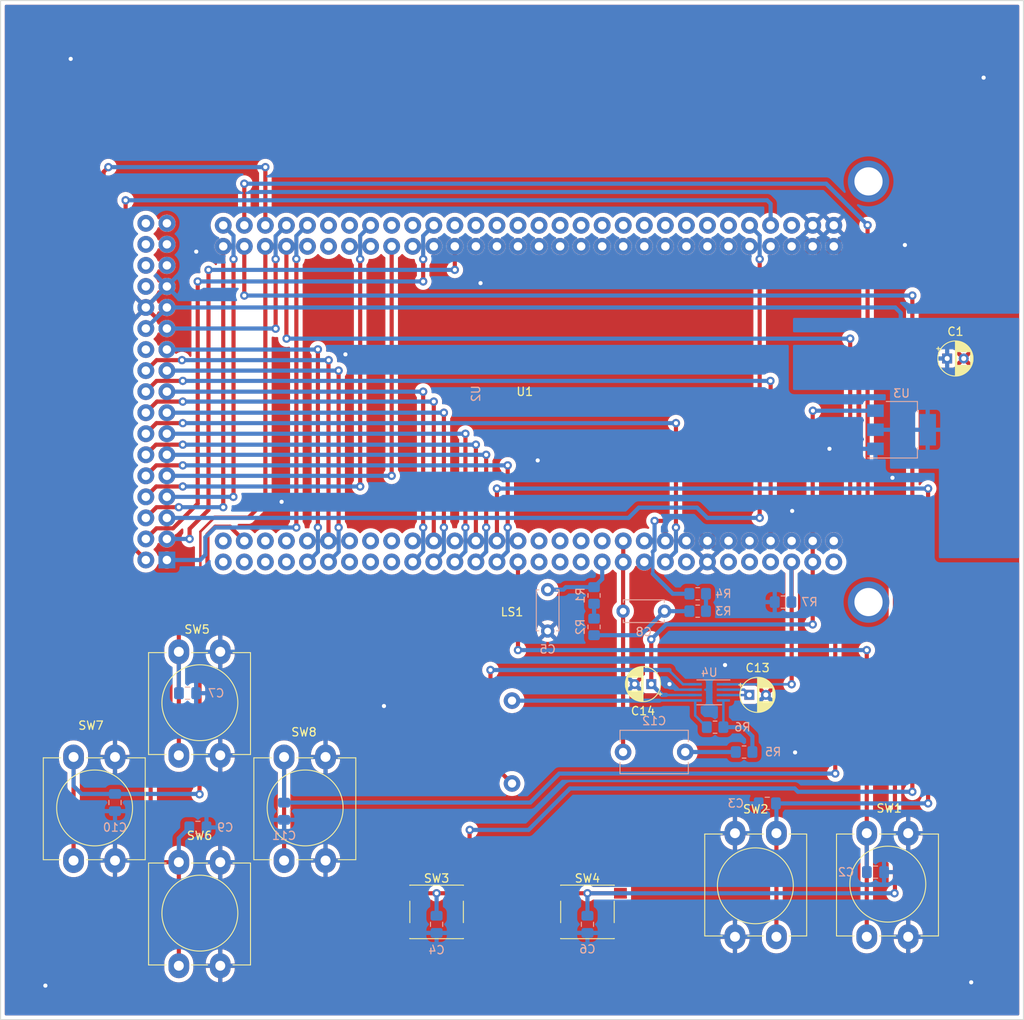
<source format=kicad_pcb>
(kicad_pcb (version 20211014) (generator pcbnew)
  (layers (0 "F.Cu" signal) (31 "B.Cu" signal) (34 "B.Paste" user) (35 "F.Paste" user) (36 "B.SilkS" user "B.Silkscreen") (37 "F.SilkS" user "F.Silkscreen") (38 "B.Mask" user) (39 "F.Mask" user) (44 "Edge.Cuts" user))
  (net 0 "")
  (net 1 "+3V3")
  (net 2 "GND")
  (net 3 "A_BTN")
  (net 4 "B_BTN")
  (net 5 "SELECT_BTN")
  (net 6 "Net-(C5-Pad2)")
  (net 7 "START_BTN")
  (net 8 "UP_BTN")
  (net 9 "OPAMP_OUT")
  (net 10 "Net-(C8-Pad2)")
  (net 11 "DOWN_BTN")
  (net 12 "LEFT_BTN")
  (net 13 "RIGHT_BTN")
  (net 14 "Net-(C12-Pad1)")
  (net 15 "Net-(C13-Pad1)")
  (net 16 "Net-(LS1-Pad1)")
  (net 17 "Net-(LS1-Pad2)")
  (net 18 "Net-(R1-Pad2)")
  (net 19 "Net-(R3-Pad2)")
  (net 20 "DAC1_OUT1")
  (net 21 "Net-(R5-Pad2)")
  (net 22 "AUDIO_SHTDN")
  (net 23 "~{LCD_CS}")
  (net 24 "LCD_RS")
  (net 25 "LCD_WR")
  (net 26 "LCD_RD")
  (net 27 "~{LCD_RST}")
  (net 28 "LCD_D0")
  (net 29 "LCD_D1")
  (net 30 "LCD_D2")
  (net 31 "LCD_D3")
  (net 32 "LCD_D4")
  (net 33 "LCD_D5")
  (net 34 "LCD_D6")
  (net 35 "LCD_D7")
  (net 36 "LCD_D8")
  (net 37 "LCD_D9")
  (net 38 "LCD_D10")
  (net 39 "LCD_D11")
  (net 40 "LCD_D12")
  (net 41 "LCD_D13")
  (net 42 "LCD_D14")
  (net 43 "LCD_D15")
  (net 45 "LCD_BL")
  (net 94 "+5V")
  (footprint "Button_Switch_THT:SW_PUSH-12mm_Wuerth-430476085716" (layer "F.Cu") (at 93.6 100.5 -90)
    (fp_text reference "SW2")
    (fp_text value "SW_MEC_5E")
  )
  (footprint "Button_Switch_THT:SW_PUSH-12mm_Wuerth-430476085716" (layer "F.Cu") (at 21.5 91.1 90)
    (fp_text reference "SW5")
    (fp_text value "SW_MEC_5E")
  )
  (footprint "Button_Switch_THT:SW_PUSH-12mm_Wuerth-430476085716" (layer "F.Cu") (at 34.2 103.8 90)
    (fp_text reference "SW8")
    (fp_text value "SW_MEC_5E")
  )
  (footprint "Capacitor_THT:CP_Radial_D4.0mm_P2.00mm" (layer "F.Cu") (at 78.5 82.5 180)
    (fp_text reference "C14")
    (fp_text value "1u")
  )
  (footprint "Button_Switch_THT:SW_PUSH-12mm_Wuerth-430476085716" (layer "F.Cu") (at 21.5 116.5 90)
    (fp_text reference "SW6")
    (fp_text value "SW_MEC_5E")
  )
  (footprint "Capacitor_THT:CP_Radial_D4.0mm_P2.00mm" (layer "F.Cu") (at 90.327401 83.8)
    (fp_text reference "C13")
    (fp_text value "1u")
  )
  (footprint "Button_Switch_THT:SW_PUSH-12mm_Wuerth-430476085716" (layer "F.Cu") (at 104.5 113 90)
    (fp_text reference "SW1")
    (fp_text value "SW_MEC_5E")
  )
  (footprint "Button_Switch_SMD:SW_SPST_PTS645" (layer "F.Cu") (at 52.6 110)
    (fp_text reference "SW3")
    (fp_text value "SW_MEC_5E")
  )
  (footprint "NES_Emulator:PCB_SPEAKER" (layer "F.Cu") (at 61.7 89.5)
    (fp_text reference "LS1")
    (fp_text value "Speaker")
  )
  (footprint "Button_Switch_THT:SW_PUSH-12mm_Wuerth-430476085716" (layer "F.Cu") (at 8.8 103.8 90)
    (fp_text reference "SW7")
    (fp_text value "SW_MEC_5E")
  )
  (footprint "Button_Switch_SMD:SW_SPST_PTS645" (layer "F.Cu") (at 70.8 110)
    (fp_text reference "SW4")
    (fp_text value "SW_MEC_5E")
  )
  (footprint "Capacitor_THT:CP_Radial_D4.0mm_P2.00mm" (layer "F.Cu") (at 114.2 43.2)
    (fp_text reference "C1")
    (fp_text value "22u")
  )
  (footprint "NES_Emulator:NES_LCD" (layer "F.Cu") (at 17.52 67.52)
    (fp_text reference "U1")
    (fp_text value "NES_LCD")
  )
  (footprint "Capacitor_THT:C_Disc_D4.7mm_W2.5mm_P5.00mm" (layer "B.Cu") (at 75.1 73.7)
    (fp_text reference "C8")
    (fp_text value "1n")
  )
  (footprint "Resistor_SMD:R_0805_2012Metric_Pad1.20x1.40mm_HandSolder" (layer "B.Cu") (at 71.6 71.8 -90)
    (fp_text reference "R1")
    (fp_text value "10k")
  )
  (footprint "Capacitor_SMD:C_0805_2012Metric_Pad1.18x1.45mm_HandSolder" (layer "B.Cu") (at 13.8 96.8 90)
    (fp_text reference "C10")
    (fp_text value "100n")
  )
  (footprint "Capacitor_SMD:C_0805_2012Metric_Pad1.18x1.45mm_HandSolder" (layer "B.Cu") (at 92.5 96.9)
    (fp_text reference "C3")
    (fp_text value "100n")
  )
  (footprint "Capacitor_SMD:C_0805_2012Metric_Pad1.18x1.45mm_HandSolder" (layer "B.Cu") (at 34.2 97.85 90)
    (fp_text reference "C11")
    (fp_text value "100n")
  )
  (footprint "Resistor_SMD:R_0805_2012Metric_Pad1.20x1.40mm_HandSolder" (layer "B.Cu") (at 84.1 73.7)
    (fp_text reference "R3")
    (fp_text value "10k")
  )
  (footprint "Resistor_SMD:R_0805_2012Metric_Pad1.20x1.40mm_HandSolder" (layer "B.Cu") (at 71.6 75.6 -90)
    (fp_text reference "R2")
    (fp_text value "1k5")
  )
  (footprint "Capacitor_SMD:C_0805_2012Metric_Pad1.18x1.45mm_HandSolder" (layer "B.Cu") (at 52.6 111.5 90)
    (fp_text reference "C4")
    (fp_text value "100n")
  )
  (footprint "Resistor_SMD:R_0805_2012Metric_Pad1.20x1.40mm_HandSolder" (layer "B.Cu") (at 84.1 71.6 180)
    (fp_text reference "R4")
    (fp_text value "1k5")
  )
  (footprint "Resistor_SMD:R_0805_2012Metric_Pad1.20x1.40mm_HandSolder" (layer "B.Cu") (at 94.4 72.6)
    (fp_text reference "R7")
    (fp_text value "18k")
  )
  (footprint "Capacitor_SMD:C_0805_2012Metric_Pad1.18x1.45mm_HandSolder" (layer "B.Cu") (at 22.55 83.6 180)
    (fp_text reference "C7")
    (fp_text value "100n")
  )
  (footprint "Package_TO_SOT_SMD:SOT-223-3_TabPin2" (layer "B.Cu") (at 108.7 51.8)
    (fp_text reference "U3")
    (fp_text value "AMS1117-3.3")
  )
  (footprint "Resistor_SMD:R_0805_2012Metric_Pad1.20x1.40mm_HandSolder" (layer "B.Cu") (at 86.2 87.7 180)
    (fp_text reference "R6")
    (fp_text value "18k")
  )
  (footprint "Capacitor_THT:C_Disc_D8.0mm_W5.0mm_P7.50mm" (layer "B.Cu") (at 82.6 90.7 180)
    (fp_text reference "C12")
    (fp_text value "470n")
  )
  (footprint "Capacitor_SMD:C_0805_2012Metric_Pad1.18x1.45mm_HandSolder" (layer "B.Cu") (at 70.8 111.5 90)
    (fp_text reference "C6")
    (fp_text value "100n")
  )
  (footprint "Capacitor_THT:C_Disc_D4.7mm_W2.5mm_P5.00mm" (layer "B.Cu") (at 66 76.1 90)
    (fp_text reference "C5")
    (fp_text value "1n")
  )
  (footprint "Capacitor_SMD:C_0805_2012Metric_Pad1.18x1.45mm_HandSolder" (layer "B.Cu") (at 105.55 105.2 180)
    (fp_text reference "C2")
    (fp_text value "100n")
  )
  (footprint "Capacitor_SMD:C_0805_2012Metric_Pad1.18x1.45mm_HandSolder" (layer "B.Cu") (at 23.8 99.8 180)
    (fp_text reference "C9")
    (fp_text value "100n")
  )
  (footprint "Package_SO:SSOP-8_2.95x2.8mm_P0.65mm" (layer "B.Cu") (at 85.5 83.5 180)
    (fp_text reference "U4")
    (fp_text value "LM4871")
  )
  (footprint "NES_Emulator:FK723M1" (layer "B.Cu") (at 100.52 27.12 -90)
    (fp_text reference "U2")
    (fp_text value "FK723M1")
  )
  (footprint "Resistor_SMD:R_0805_2012Metric_Pad1.20x1.40mm_HandSolder" (layer "B.Cu") (at 89.7 90.7)
    (fp_text reference "R5")
    (fp_text value "18k")
  )
  (gr_rect (start 0 0) (end 123.4 123) (layer "Edge.Cuts") (width 0.1) (fill none))
  (segment (start 108.7 43.2) (end 108.6 43.3) (width 0.5) (layer "B.Cu") (net 1))
  (segment (start 108.6 37.7) (end 108.6 43.3) (width 0.5) (layer "B.Cu") (net 1))
  (segment (start 108.6 51.1) (end 108.6 43.3) (width 0.5) (layer "B.Cu") (net 1))
  (segment (start 20.06 37.04) (end 107.94 37.04) (width 0.5) (layer "B.Cu") (net 1))
  (segment (start 107.9 51.8) (end 108.6 51.1) (width 0.5) (layer "B.Cu") (net 1))
  (segment (start 105.55 51.8) (end 107.9 51.8) (width 0.5) (layer "B.Cu") (net 1))
  (segment (start 17.52 39.58) (end 20.06 37.04) (width 0.5) (layer "B.Cu") (net 1))
  (segment (start 107.94 37.04) (end 108.6 37.7) (width 0.5) (layer "B.Cu") (net 1))
  (via (at 5.4 118.9) (size 1) (drill 0.5) (layers "F.Cu" "B.Cu") (net 2))
  (via (at 117.1 118.5) (size 1) (drill 0.5) (layers "F.Cu" "B.Cu") (net 2))
  (via (at 107.6 57.6) (size 1) (drill 0.5) (layers "F.Cu" "B.Cu") (net 2))
  (via (at 118.6 9.3) (size 1) (drill 0.5) (layers "F.Cu" "B.Cu") (net 2))
  (via (at 100 54.1) (size 1) (drill 0.5) (layers "F.Cu" "B.Cu") (net 2))
  (via (at 57.9 34.1) (size 1) (drill 0.5) (layers "F.Cu" "B.Cu") (net 2))
  (via (at 80.7 82.5) (size 1) (drill 0.5) (layers "F.Cu" "B.Cu") (net 2))
  (via (at 109.1 29.5) (size 1) (drill 0.5) (layers "F.Cu" "B.Cu") (net 2))
  (via (at 95.851581 90.750709) (size 1) (drill 0.5) (layers "F.Cu" "B.Cu") (net 2))
  (via (at 64.8 55.5) (size 1) (drill 0.5) (layers "F.Cu" "B.Cu") (net 2))
  (via (at 33.9 60.5) (size 1) (drill 0.5) (layers "F.Cu" "B.Cu") (net 2))
  (via (at 8.455744 7.033243) (size 1) (drill 0.5) (layers "F.Cu" "B.Cu") (net 2))
  (via (at 95.5 61.6) (size 1) (drill 0.5) (layers "F.Cu" "B.Cu") (net 2))
  (via (at 41.6 42.7) (size 1) (drill 0.5) (layers "F.Cu" "B.Cu") (net 2))
  (via (at 23.6 30.3) (size 1) (drill 0.5) (layers "F.Cu" "B.Cu") (net 2))
  (via (at 87.4 80.2) (size 1) (drill 0.5) (layers "F.Cu" "B.Cu") (net 2))
  (via (at 46.250527 85.150049) (size 1) (drill 0.5) (layers "F.Cu" "B.Cu") (net 2))
  (segment (start 83.8 83.175) (end 81.375 83.175) (width 0.3) (layer "B.Cu") (net 2))
  (segment (start 81.375 83.175) (end 80.7 82.5) (width 0.3) (layer "B.Cu") (net 2))
  (segment (start 62.42 67.76) (end 62.42 78.4) (width 0.5) (layer "F.Cu") (net 3))
  (segment (start 104.5 100.5) (end 104.5 78.4) (width 0.5) (layer "F.Cu") (net 3))
  (segment (start 104.5 113) (end 104.5 100.5) (width 0.5) (layer "F.Cu") (net 3))
  (via (at 104.5 78.4) (size 1) (drill 0.5) (layers "F.Cu" "B.Cu") (net 3))
  (via (at 62.42 78.4) (size 1) (drill 0.5) (layers "F.Cu" "B.Cu") (net 3))
  (segment (start 104.5 78.4) (end 62.5 78.4) (width 0.5) (layer "B.Cu") (net 3))
  (segment (start 104.5 100.5) (end 104.5 105.1375) (width 0.5) (layer "B.Cu") (net 3))
  (segment (start 104.5 105.1375) (end 104.5625 105.2) (width 0.5) (layer "B.Cu") (net 3))
  (segment (start 111.9 96.9) (end 111.9 58.98) (width 0.5) (layer "F.Cu") (net 4))
  (segment (start 111.9 58.98) (end 111.98 58.9) (width 0.5) (layer "F.Cu") (net 4))
  (segment (start 93.6 113) (end 93.6 100.5) (width 0.5) (layer "F.Cu") (net 4))
  (segment (start 59.88 65.22) (end 59.88 58.9) (width 0.5) (layer "F.Cu") (net 4))
  (via (at 111.9 96.9) (size 1) (drill 0.5) (layers "F.Cu" "B.Cu") (net 4))
  (via (at 111.9 58.9) (size 1) (drill 0.5) (layers "F.Cu" "B.Cu") (net 4))
  (via (at 59.88 58.9) (size 1) (drill 0.5) (layers "F.Cu" "B.Cu") (net 4))
  (segment (start 93.6 100.5) (end 93.6 96.9625) (width 0.5) (layer "B.Cu") (net 4))
  (segment (start 93.6 96.9625) (end 93.5375 96.9) (width 0.5) (layer "B.Cu") (net 4))
  (segment (start 93.7 96.9) (end 111.9 96.9) (width 0.5) (layer "B.Cu") (net 4))
  (segment (start 59.88 58.9) (end 111.98 58.9) (width 0.5) (layer "B.Cu") (net 4))
  (segment (start 29.4 29.66) (end 29.4 35.6) (width 0.5) (layer "F.Cu") (net 5))
  (segment (start 56.58 107.75) (end 48.62 107.75) (width 0.5) (layer "F.Cu") (net 5))
  (segment (start 110 35.6) (end 110 95.5) (width 0.5) (layer "F.Cu") (net 5))
  (segment (start 56.58 100.12) (end 56.58 107.75) (width 0.5) (layer "F.Cu") (net 5))
  (segment (start 56.6 100.1) (end 56.58 100.12) (width 0.5) (layer "F.Cu") (net 5))
  (via (at 52.6 107.75) (size 1) (drill 0.5) (layers "F.Cu" "B.Cu") (net 5))
  (via (at 56.6 100.1) (size 1) (drill 0.5) (layers "F.Cu" "B.Cu") (net 5))
  (via (at 29.4 35.6) (size 1) (drill 0.5) (layers "F.Cu" "B.Cu") (net 5))
  (via (at 110 35.6) (size 1) (drill 0.5) (layers "F.Cu" "B.Cu") (net 5))
  (via (at 110 95.5) (size 1) (drill 0.5) (layers "F.Cu" "B.Cu") (net 5))
  (segment (start 63.7 100.1) (end 68.7 95.1) (width 0.5) (layer "B.Cu") (net 5))
  (segment (start 96.2 95.5) (end 95.8 95.1) (width 0.5) (layer "B.Cu") (net 5))
  (segment (start 63.7 100.1) (end 56.6 100.1) (width 0.5) (layer "B.Cu") (net 5))
  (segment (start 52.6 107.75) (end 52.6 110.4625) (width 0.5) (layer "B.Cu") (net 5))
  (segment (start 29.4 35.6) (end 110 35.6) (width 0.5) (layer "B.Cu") (net 5))
  (segment (start 95.8 95.1) (end 68.7 95.1) (width 0.5) (layer "B.Cu") (net 5))
  (segment (start 110 95.5) (end 96.2 95.5) (width 0.5) (layer "B.Cu") (net 5))
  (segment (start 66 71.1) (end 67.9 71.1) (width 0.5) (layer "B.Cu") (net 6))
  (segment (start 72.58 67.76) (end 72.58 69.82) (width 0.5) (layer "B.Cu") (net 6))
  (segment (start 72.58 69.82) (end 71.6 70.8) (width 0.5) (layer "B.Cu") (net 6))
  (segment (start 67.9 71.1) (end 68.2 70.8) (width 0.5) (layer "B.Cu") (net 6))
  (segment (start 68.2 70.8) (end 71.6 70.8) (width 0.5) (layer "B.Cu") (net 6))
  (segment (start 74.78 107.75) (end 66.82 107.75) (width 0.5) (layer "F.Cu") (net 7))
  (segment (start 107.9 97.7) (end 107.9 70.4) (width 0.5) (layer "F.Cu") (net 7))
  (segment (start 107.9 103.8) (end 106.9 102.8) (width 0.5) (layer "F.Cu") (net 7))
  (segment (start 107.85 107.75) (end 107.9 107.7) (width 0.5) (layer "F.Cu") (net 7))
  (segment (start 107.9 70.4) (end 104.6 67.1) (width 0.5) (layer "F.Cu") (net 7))
  (segment (start 107.9 107.7) (end 107.9 103.8) (width 0.5) (layer "F.Cu") (net 7))
  (segment (start 104.6 67.1) (end 104.6 27.1) (width 0.5) (layer "F.Cu") (net 7))
  (segment (start 29.4 27.12) (end 29.4 22.1) (width 0.5) (layer "F.Cu") (net 7))
  (segment (start 106.9 102.8) (end 106.9 98.7) (width 0.5) (layer "F.Cu") (net 7))
  (segment (start 106.9 98.7) (end 107.9 97.7) (width 0.5) (layer "F.Cu") (net 7))
  (via (at 104.6 27.1) (size 1) (drill 0.5) (layers "F.Cu" "B.Cu") (net 7))
  (via (at 70.8 107.75) (size 1) (drill 0.5) (layers "F.Cu" "B.Cu") (net 7))
  (via (at 29.4 22.1) (size 1) (drill 0.5) (layers "F.Cu" "B.Cu") (net 7))
  (via (at 107.85 107.75) (size 1) (drill 0.5) (layers "F.Cu" "B.Cu") (net 7))
  (segment (start 70.85 107.75) (end 107.85 107.75) (width 0.5) (layer "B.Cu") (net 7))
  (segment (start 29.4 22.1) (end 99.6 22.1) (width 0.5) (layer "B.Cu") (net 7))
  (segment (start 99.6 22.1) (end 104.6 27.1) (width 0.5) (layer "B.Cu") (net 7))
  (segment (start 70.8 107.75) (end 70.8 110.4625) (width 0.5) (layer "B.Cu") (net 7))
  (segment (start 21.5 74.7) (end 21.5 78.6) (width 0.5) (layer "F.Cu") (net 8))
  (segment (start 23.45 72.75) (end 21.5 74.7) (width 0.5) (layer "F.Cu") (net 8))
  (segment (start 24.1 64.1) (end 24.1 72.1) (width 0.3) (layer "F.Cu") (net 8))
  (segment (start 29.9 62.4) (end 25.8 62.4) (width 0.5) (layer "F.Cu") (net 8))
  (segment (start 24.1 72.1) (end 23.45 72.75) (width 0.3) (layer "F.Cu") (net 8))
  (segment (start 31.94 60.36) (end 29.9 62.4) (width 0.5) (layer "F.Cu") (net 8))
  (segment (start 25.8 62.4) (end 24.1 64.1) (width 0.3) (layer "F.Cu") (net 8))
  (segment (start 31.94 29.66) (end 31.94 60.36) (width 0.5) (layer "F.Cu") (net 8))
  (segment (start 21.5 78.6) (end 21.5 91.1) (width 0.5) (layer "F.Cu") (net 8))
  (segment (start 21.5 83.5375) (end 21.5625 83.6) (width 0.5) (layer "B.Cu") (net 8))
  (segment (start 21.5 78.6) (end 21.5 83.5375) (width 0.5) (layer "B.Cu") (net 8))
  (segment (start 75.1 73.7) (end 75.1 67.78) (width 0.5) (layer "F.Cu") (net 9))
  (segment (start 75.1 90.7) (end 75.1 73.7) (width 0.5) (layer "F.Cu") (net 9))
  (segment (start 75.1 67.78) (end 75.12 67.76) (width 0.5) (layer "F.Cu") (net 9))
  (segment (start 75.12 67.76) (end 75.12 65.22) (width 0.5) (layer "F.Cu") (net 9))
  (segment (start 71.6 76.6) (end 77.1 76.6) (width 0.5) (layer "B.Cu") (net 10))
  (segment (start 80.1 73.7) (end 77.2 76.6) (width 0.5) (layer "B.Cu") (net 10))
  (segment (start 77.2 76.6) (end 77.1 76.6) (width 0.5) (layer "B.Cu") (net 10))
  (segment (start 83.1 73.7) (end 80.1 73.7) (width 0.5) (layer "B.Cu") (net 10))
  (segment (start 12.42548 20.67452) (end 12.42548 84.62548) (width 0.5) (layer "F.Cu") (net 11))
  (segment (start 31.94 20.14) (end 31.9 20.1) (width 0.5) (layer "F.Cu") (net 11))
  (segment (start 18.1 90.3) (end 18.1 103.6) (width 0.5) (layer "F.Cu") (net 11))
  (segment (start 18.5 104) (end 21.5 104) (width 0.5) (layer "F.Cu") (net 11))
  (segment (start 21.5 104) (end 21.5 116.5) (width 0.5) (layer "F.Cu") (net 11))
  (segment (start 31.94 27.12) (end 31.94 20.14) (width 0.5) (layer "F.Cu") (net 11))
  (segment (start 18.1 103.6) (end 18.5 104) (width 0.5) (layer "F.Cu") (net 11))
  (segment (start 13 20.1) (end 12.42548 20.67452) (width 0.5) (layer "F.Cu") (net 11))
  (segment (start 12.42548 84.62548) (end 18.1 90.3) (width 0.5) (layer "F.Cu") (net 11))
  (via (at 13 20.1) (size 1) (drill 0.5) (layers "F.Cu" "B.Cu") (net 11))
  (via (at 31.94 20.1) (size 1) (drill 0.5) (layers "F.Cu" "B.Cu") (net 11))
  (segment (start 21.5 101.1) (end 21.5 104) (width 0.5) (layer "B.Cu") (net 11))
  (segment (start 22.7625 99.8375) (end 21.5 101.1) (width 0.5) (layer "B.Cu") (net 11))
  (segment (start 22.7625 99.8) (end 22.7625 99.8375) (width 0.5) (layer "B.Cu") (net 11))
  (segment (start 31.94 20.1) (end 13 20.1) (width 0.5) (layer "B.Cu") (net 11))
  (segment (start 8.8 91.3) (end 8.8 103.8) (width 0.5) (layer "F.Cu") (net 12))
  (segment (start 24.954434 64.445566) (end 24.954434 75.054434) (width 0.5) (layer "F.Cu") (net 12))
  (segment (start 24.954434 75.054434) (end 24 76.008868) (width 0.5) (layer "F.Cu") (net 12))
  (segment (start 24 76.008868) (end 24 95.8) (width 0.5) (layer "F.Cu") (net 12))
  (segment (start 27.68 63.5) (end 25.9 63.5) (width 0.5) (layer "F.Cu") (net 12))
  (segment (start 29.4 65.22) (end 27.68 63.5) (width 0.5) (layer "F.Cu") (net 12))
  (segment (start 25.9 63.5) (end 24.954434 64.445566) (width 0.5) (layer "F.Cu") (net 12))
  (via (at 24 95.8) (size 1) (drill 0.5) (layers "F.Cu" "B.Cu") (net 12))
  (segment (start 9.7625 95.7625) (end 8.8 94.8) (width 0.5) (layer "B.Cu") (net 12))
  (segment (start 23.9625 95.7625) (end 24 95.8) (width 0.5) (layer "B.Cu") (net 12))
  (segment (start 13.8 95.7625) (end 23.9625 95.7625) (width 0.5) (layer "B.Cu") (net 12))
  (segment (start 13.8 95.7625) (end 9.7625 95.7625) (width 0.5) (layer "B.Cu") (net 12))
  (segment (start 8.8 94.8) (end 8.8 91.3) (width 0.5) (layer "B.Cu") (net 12))
  (segment (start 34.48 29.66) (end 34.48 40.78) (width 0.5) (layer "F.Cu") (net 13))
  (segment (start 100.7 70.8) (end 102.5 69) (width 0.5) (layer "F.Cu") (net 13))
  (segment (start 102.5 69) (end 102.5 40.8) (width 0.5) (layer "F.Cu") (net 13))
  (segment (start 34.2 91.3) (end 34.2 103.8) (width 0.5) (layer "F.Cu") (net 13))
  (segment (start 34.48 40.78) (end 34.5 40.8) (width 0.5) (layer "F.Cu") (net 13))
  (segment (start 100.7 93.3) (end 100.7 70.8) (width 0.5) (layer "F.Cu") (net 13))
  (via (at 102.5 40.8) (size 1) (drill 0.5) (layers "F.Cu" "B.Cu") (net 13))
  (via (at 34.5 40.8) (size 1) (drill 0.5) (layers "F.Cu" "B.Cu") (net 13))
  (via (at 100.7 93.3) (size 1) (drill 0.5) (layers "F.Cu" "B.Cu") (net 13))
  (segment (start 34.2 96.8125) (end 34.2 91.3) (width 0.5) (layer "B.Cu") (net 13))
  (segment (start 67.4 93.3) (end 63.9 96.8) (width 0.5) (layer "B.Cu") (net 13))
  (segment (start 102.2 40.8) (end 34.5 40.8) (width 0.5) (layer "B.Cu") (net 13))
  (segment (start 63.9 96.8) (end 34.2125 96.8) (width 0.5) (layer "B.Cu") (net 13))
  (segment (start 100.7 93.3) (end 67.4 93.3) (width 0.5) (layer "B.Cu") (net 13))
  (segment (start 34.2125 96.8) (end 34.2 96.8125) (width 0.5) (layer "B.Cu") (net 13))
  (segment (start 88.7 90.7) (end 82.6 90.7) (width 0.5) (layer "B.Cu") (net 14))
  (segment (start 87.2 83.825) (end 90.302401 83.825) (width 0.3) (layer "B.Cu") (net 15))
  (segment (start 90.302401 83.825) (end 90.327401 83.8) (width 0.3) (layer "B.Cu") (net 15))
  (segment (start 89.702401 83.175) (end 90.327401 83.8) (width 0.3) (layer "B.Cu") (net 15))
  (segment (start 87.2 83.175) (end 89.702401 83.175) (width 0.3) (layer "B.Cu") (net 15))
  (segment (start 83.8 84.475) (end 83.8 86.3) (width 0.3) (layer "B.Cu") (net 16))
  (segment (start 61.7 84.5) (end 79.5 84.5) (width 0.5) (layer "B.Cu") (net 16))
  (segment (start 83.8 86.3) (end 85.2 87.7) (width 0.3) (layer "B.Cu") (net 16))
  (segment (start 83.8 84.475) (end 79.525 84.475) (width 0.3) (layer "B.Cu") (net 16))
  (segment (start 59.1 80.8) (end 59.1 91.9) (width 0.5) (layer "F.Cu") (net 17))
  (segment (start 59.1 91.9) (end 61.7 94.5) (width 0.5) (layer "F.Cu") (net 17))
  (via (at 59.1 80.8) (size 1) (drill 0.5) (layers "F.Cu" "B.Cu") (net 17))
  (segment (start 80.7 80.9) (end 80.7 80.8) (width 0.3) (layer "B.Cu") (net 17))
  (segment (start 83.8 82.525) (end 82.325 82.525) (width 0.3) (layer "B.Cu") (net 17))
  (segment (start 82.325 82.525) (end 80.7 80.9) (width 0.3) (layer "B.Cu") (net 17))
  (segment (start 59.1 80.8) (end 80.7 80.8) (width 0.5) (layer "B.Cu") (net 17))
  (segment (start 71.6 74.6) (end 71.6 72.8) (width 0.5) (layer "B.Cu") (net 18))
  (segment (start 85.1 73.7) (end 85.1 71.6) (width 0.5) (layer "B.Cu") (net 19))
  (segment (start 80 62.8) (end 78.9 62.8) (width 0.5) (layer "F.Cu") (net 20))
  (segment (start 80.2 63) (end 80 62.8) (width 0.5) (layer "F.Cu") (net 20))
  (segment (start 80.2 65.22) (end 80.2 63) (width 0.5) (layer "F.Cu") (net 20))
  (via (at 78.9 62.8) (size 1) (drill 0.5) (layers "F.Cu" "B.Cu") (net 20))
  (segment (start 78.9 66.3) (end 78.9 62.8) (width 0.5) (layer "B.Cu") (net 20))
  (segment (start 83.1 71.6) (end 81.1 71.6) (width 0.5) (layer "B.Cu") (net 20))
  (segment (start 78.669521 66.530479) (end 78.9 66.3) (width 0.5) (layer "B.Cu") (net 20))
  (segment (start 78.689521 69.149521) (end 78.669521 69.169521) (width 0.4) (layer "B.Cu") (net 20))
  (segment (start 81.1 71.6) (end 78.669521 69.169521) (width 0.5) (layer "B.Cu") (net 20))
  (segment (start 78.669521 66.530479) (end 78.689521 66.550479) (width 0.4) (layer "B.Cu") (net 20))
  (segment (start 78.689521 66.550479) (end 78.689521 69.149521) (width 0.4) (layer "B.Cu") (net 20))
  (segment (start 90.7 88.8) (end 89.6 87.7) (width 0.5) (layer "B.Cu") (net 21))
  (segment (start 90.7 90.7) (end 90.7 88.8) (width 0.5) (layer "B.Cu") (net 21))
  (segment (start 87.2 84.475) (end 87.2 87.7) (width 0.3) (layer "B.Cu") (net 21))
  (segment (start 89.6 87.7) (end 87.2 87.7) (width 0.5) (layer "B.Cu") (net 21))
  (segment (start 95.44 67.76) (end 95.44 82.46) (width 0.5) (layer "F.Cu") (net 22))
  (segment (start 95.44 82.46) (end 95.375 82.525) (width 0.5) (layer "F.Cu") (net 22))
  (via (at 95.44 82.525) (size 1) (drill 0.5) (layers "F.Cu" "B.Cu") (net 22))
  (segment (start 95.4 67.8) (end 95.44 67.76) (width 0.5) (layer "B.Cu") (net 22))
  (segment (start 95.4 72.6) (end 95.4 67.8) (width 0.5) (layer "B.Cu") (net 22))
  (segment (start 87.2 82.525) (end 95.375 82.525) (width 0.3) (layer "B.Cu") (net 22))
  (segment (start 35.68 31.18) (end 35.68 63.6) (width 0.5) (layer "F.Cu") (net 23))
  (via (at 35.68 63.6) (size 1) (drill 0.5) (layers "F.Cu" "B.Cu") (net 23))
  (via (at 35.68 31.18) (size 1) (drill 0.5) (layers "F.Cu" "B.Cu") (net 23))
  (segment (start 24.7 64.78) (end 24.7 66.9) (width 0.5) (layer "B.Cu") (net 23))
  (segment (start 25.88 63.6) (end 24.7 64.78) (width 0.5) (layer "B.Cu") (net 23))
  (segment (start 35.68 63.6) (end 25.88 63.6) (width 0.5) (layer "B.Cu") (net 23))
  (segment (start 35.68 28.4) (end 35.68 31.18) (width 0.5) (layer "B.Cu") (net 23))
  (segment (start 36.98 27.1) (end 35.68 28.4) (width 0.5) (layer "B.Cu") (net 23))
  (segment (start 24.08 67.52) (end 20.06 67.52) (width 0.5) (layer "B.Cu") (net 23))
  (segment (start 24.7 66.9) (end 24.08 67.52) (width 0.5) (layer "B.Cu") (net 23))
  (segment (start 17.52 67.52) (end 15.08 65.08) (width 0.5) (layer "F.Cu") (net 24))
  (segment (start 15.08 65.08) (end 15.08 65) (width 0.5) (layer "F.Cu") (net 24))
  (segment (start 15.08 65) (end 15.08 24.1) (width 0.5) (layer "F.Cu") (net 24))
  (via (at 15.08 24.1) (size 1) (drill 0.5) (layers "F.Cu" "B.Cu") (net 24))
  (segment (start 15.08 24.1) (end 92.48 24.1) (width 0.5) (layer "B.Cu") (net 24))
  (segment (start 92.9 24.52) (end 92.9 27.12) (width 0.5) (layer "B.Cu") (net 24))
  (segment (start 92.48 24.1) (end 92.9 24.52) (width 0.5) (layer "B.Cu") (net 24))
  (segment (start 22.8 63.76) (end 25.08 61.48) (width 0.5) (layer "F.Cu") (net 25))
  (segment (start 25.08 32.5) (end 25.08 61.48) (width 0.5) (layer "F.Cu") (net 25))
  (segment (start 22.8 64.98) (end 22.8 63.76) (width 0.5) (layer "F.Cu") (net 25))
  (segment (start 54.8 29.66) (end 54.8 32.5) (width 0.5) (layer "F.Cu") (net 25))
  (via (at 22.8 64.98) (size 1) (drill 0.5) (layers "F.Cu" "B.Cu") (net 25))
  (via (at 54.8 32.5) (size 1) (drill 0.5) (layers "F.Cu" "B.Cu") (net 25))
  (via (at 25.08 32.5) (size 1) (drill 0.5) (layers "F.Cu" "B.Cu") (net 25))
  (segment (start 25.08 32.5) (end 54.8 32.5) (width 0.5) (layer "B.Cu") (net 25))
  (segment (start 20.06 64.98) (end 22.8 64.98) (width 0.5) (layer "B.Cu") (net 25))
  (segment (start 18.8 63.7) (end 20.8 63.7) (width 0.5) (layer "F.Cu") (net 26))
  (segment (start 23.78 60.72) (end 23.78 34.4) (width 0.5) (layer "F.Cu") (net 26))
  (segment (start 20.8 63.7) (end 23.78 60.72) (width 0.5) (layer "F.Cu") (net 26))
  (segment (start 17.52 64.98) (end 18.8 63.7) (width 0.5) (layer "F.Cu") (net 26))
  (segment (start 50.98 31.21) (end 50.98 33.9) (width 0.5) (layer "F.Cu") (net 26))
  (via (at 50.98 33.9) (size 1) (drill 0.5) (layers "F.Cu" "B.Cu") (net 26))
  (via (at 23.78 33.9) (size 1) (drill 0.5) (layers "F.Cu" "B.Cu") (net 26))
  (via (at 50.98 31.21) (size 1) (drill 0.5) (layers "F.Cu" "B.Cu") (net 26))
  (segment (start 23.78 33.9) (end 50.98 33.9) (width 0.5) (layer "B.Cu") (net 26))
  (segment (start 50.98 28.39) (end 50.98 31.21) (width 0.5) (layer "B.Cu") (net 26))
  (segment (start 52.24 27.13) (end 50.98 28.39) (width 0.5) (layer "B.Cu") (net 26))
  (segment (start 91.389521 62.390479) (end 91.38 62.4) (width 0.5) (layer "F.Cu") (net 27))
  (segment (start 91.38 62.44) (end 91.58 62.24) (width 0.5) (layer "F.Cu") (net 27))
  (segment (start 91.58 62.24) (end 91.58 31.2) (width 0.5) (layer "F.Cu") (net 27))
  (via (at 91.58 31.2) (size 1) (drill 0.5) (layers "F.Cu" "B.Cu") (net 27))
  (via (at 91.58 62.44) (size 1) (drill 0.5) (layers "F.Cu" "B.Cu") (net 27))
  (segment (start 77 61.2) (end 75.76 62.44) (width 0.5) (layer "B.Cu") (net 27))
  (segment (start 84.02 61.2) (end 77 61.2) (width 0.5) (layer "B.Cu") (net 27))
  (segment (start 85.26 62.44) (end 84.02 61.2) (width 0.5) (layer "B.Cu") (net 27))
  (segment (start 75.76 62.44) (end 20.06 62.44) (width 0.5) (layer "B.Cu") (net 27))
  (segment (start 90.36 27.12) (end 91.58 28.34) (width 0.5) (layer "B.Cu") (net 27))
  (segment (start 91.38 62.44) (end 85.26 62.44) (width 0.5) (layer "B.Cu") (net 27))
  (segment (start 91.58 28.34) (end 91.58 31.2) (width 0.5) (layer "B.Cu") (net 27))
  (segment (start 26.86 61.02) (end 26.86 29.66) (width 0.5) (layer "F.Cu") (net 28))
  (segment (start 17.52 62.44) (end 18.81 61.15) (width 0.5) (layer "F.Cu") (net 28))
  (segment (start 26.86 61.02) (end 26.78 61.1) (width 0.5) (layer "F.Cu") (net 28))
  (segment (start 18.81 61.15) (end 21.5 61.15) (width 0.5) (layer "F.Cu") (net 28))
  (via (at 26.86 61.15) (size 1) (drill 0.5) (layers "F.Cu" "B.Cu") (net 28))
  (via (at 21.5 61.15) (size 1) (drill 0.5) (layers "F.Cu" "B.Cu") (net 28))
  (segment (start 21.55 61.15) (end 21.5 61.1) (width 0.5) (layer "B.Cu") (net 28))
  (segment (start 26.86 61.15) (end 21.55 61.15) (width 0.5) (layer "B.Cu") (net 28))
  (segment (start 28.1 31.2) (end 28.1 59.88) (width 0.5) (layer "F.Cu") (net 29))
  (segment (start 28.1 59.88) (end 28.08 59.9) (width 0.5) (layer "F.Cu") (net 29))
  (via (at 28.08 59.9) (size 1) (drill 0.5) (layers "F.Cu" "B.Cu") (net 29))
  (via (at 28.1 31.2) (size 1) (drill 0.5) (layers "F.Cu" "B.Cu") (net 29))
  (segment (start 28.08 59.9) (end 20.06 59.9) (width 0.5) (layer "B.Cu") (net 29))
  (segment (start 26.86 27.12) (end 28.1 28.36) (width 0.5) (layer "B.Cu") (net 29))
  (segment (start 28.1 28.36) (end 28.1 31.4) (width 0.5) (layer "B.Cu") (net 29))
  (segment (start 43.38 58.65) (end 43.38 31.2) (width 0.5) (layer "F.Cu") (net 30))
  (segment (start 18.77 58.65) (end 17.52 59.9) (width 0.5) (layer "F.Cu") (net 30))
  (segment (start 21.98 58.65) (end 18.77 58.65) (width 0.5) (layer "F.Cu") (net 30))
  (via (at 43.38 58.65) (size 1) (drill 0.5) (layers "F.Cu" "B.Cu") (net 30))
  (via (at 43.38 31.2) (size 1) (drill 0.5) (layers "F.Cu" "B.Cu") (net 30))
  (via (at 21.98 58.65) (size 1) (drill 0.5) (layers "F.Cu" "B.Cu") (net 30))
  (segment (start 44.64 27.12) (end 43.38 28.38) (width 0.5) (layer "B.Cu") (net 30))
  (segment (start 43.38 28.38) (end 43.38 31.2) (width 0.5) (layer "B.Cu") (net 30))
  (segment (start 43.38 58.65) (end 21.98 58.65) (width 0.5) (layer "B.Cu") (net 30))
  (segment (start 47.18 57.3) (end 47.18 29.66) (width 0.5) (layer "F.Cu") (net 31))
  (via (at 47.18 57.36) (size 1) (drill 0.5) (layers "F.Cu" "B.Cu") (net 31))
  (segment (start 20.06 57.36) (end 47.12 57.36) (width 0.5) (layer "B.Cu") (net 31))
  (segment (start 47.12 57.36) (end 47.18 57.3) (width 0.5) (layer "B.Cu") (net 31))
  (segment (start 18.78 56.1) (end 17.52 57.36) (width 0.5) (layer "F.Cu") (net 32))
  (segment (start 61.18 63.6) (end 61.18 56.1) (width 0.5) (layer "F.Cu") (net 32))
  (segment (start 21.98 56.1) (end 18.78 56.1) (width 0.5) (layer "F.Cu") (net 32))
  (via (at 21.98 56.1) (size 1) (drill 0.5) (layers "F.Cu" "B.Cu") (net 32))
  (via (at 61.18 56.1) (size 1) (drill 0.5) (layers "F.Cu" "B.Cu") (net 32))
  (via (at 61.18 63.6) (size 1) (drill 0.5) (layers "F.Cu" "B.Cu") (net 32))
  (segment (start 59.88 67.76) (end 61.18 66.46) (width 0.5) (layer "B.Cu") (net 32))
  (segment (start 61.18 66.46) (end 61.18 63.6) (width 0.5) (layer "B.Cu") (net 32))
  (segment (start 61.18 56.1) (end 21.98 56.1) (width 0.5) (layer "B.Cu") (net 32))
  (segment (start 58.58 63.6) (end 58.58 54.82) (width 0.5) (layer "F.Cu") (net 33))
  (via (at 58.58 54.82) (size 1) (drill 0.5) (layers "F.Cu" "B.Cu") (net 33))
  (via (at 58.58 63.6) (size 1) (drill 0.5) (layers "F.Cu" "B.Cu") (net 33))
  (segment (start 20.06 54.82) (end 58.58 54.82) (width 0.5) (layer "B.Cu") (net 33))
  (segment (start 57.34 67.76) (end 58.58 66.52) (width 0.5) (layer "B.Cu") (net 33))
  (segment (start 58.58 66.52) (end 58.58 63.6) (width 0.5) (layer "B.Cu") (net 33))
  (segment (start 57.34 65.22) (end 57.34 53.6) (width 0.5) (layer "F.Cu") (net 34))
  (segment (start 18.74 53.6) (end 17.52 54.82) (width 0.5) (layer "F.Cu") (net 34))
  (segment (start 21.98 53.6) (end 18.74 53.6) (width 0.5) (layer "F.Cu") (net 34))
  (via (at 21.98 53.6) (size 1) (drill 0.5) (layers "F.Cu" "B.Cu") (net 34))
  (via (at 57.34 53.6) (size 1) (drill 0.5) (layers "F.Cu" "B.Cu") (net 34))
  (segment (start 21.98 53.6) (end 57.18 53.6) (width 0.5) (layer "B.Cu") (net 34))
  (segment (start 56.08 63.6) (end 56.08 52.5) (width 0.5) (layer "F.Cu") (net 35))
  (via (at 56.08 52.28) (size 1) (drill 0.5) (layers "F.Cu" "B.Cu") (net 35))
  (via (at 56.08 63.6) (size 1) (drill 0.5) (layers "F.Cu" "B.Cu") (net 35))
  (segment (start 56.08 66.48) (end 56.08 63.8) (width 0.5) (layer "B.Cu") (net 35))
  (segment (start 56.08 52.28) (end 20.06 52.28) (width 0.5) (layer "B.Cu") (net 35))
  (segment (start 54.8 67.76) (end 56.08 66.48) (width 0.5) (layer "B.Cu") (net 35))
  (segment (start 21.98 51) (end 18.8 51) (width 0.5) (layer "F.Cu") (net 36))
  (segment (start 18.8 51) (end 17.52 52.28) (width 0.5) (layer "F.Cu") (net 36))
  (segment (start 81.48 63.6) (end 81.48 51) (width 0.5) (layer "F.Cu") (net 36))
  (via (at 81.48 51) (size 1) (drill 0.5) (layers "F.Cu" "B.Cu") (net 36))
  (via (at 21.98 51) (size 1) (drill 0.5) (layers "F.Cu" "B.Cu") (net 36))
  (via (at 81.48 63.6) (size 1) (drill 0.5) (layers "F.Cu" "B.Cu") (net 36))
  (segment (start 80.2 67.76) (end 81.48 66.48) (width 0.5) (layer "B.Cu") (net 36))
  (segment (start 21.98 51) (end 81.48 51) (width 0.5) (layer "B.Cu") (net 36))
  (segment (start 81.48 66.48) (end 81.48 63.4) (width 0.5) (layer "B.Cu") (net 36))
  (segment (start 53.48 49.74) (end 53.48 63.6) (width 0.5) (layer "F.Cu") (net 37))
  (via (at 53.48 49.74) (size 1) (drill 0.5) (layers "F.Cu" "B.Cu") (net 37))
  (via (at 53.48 63.6) (size 1) (drill 0.5) (layers "F.Cu" "B.Cu") (net 37))
  (segment (start 53.48 49.74) (end 20.06 49.74) (width 0.5) (layer "B.Cu") (net 37))
  (segment (start 52.26 67.76) (end 53.48 66.54) (width 0.5) (layer "B.Cu") (net 37))
  (segment (start 53.48 66.54) (end 53.48 63.6) (width 0.5) (layer "B.Cu") (net 37))
  (segment (start 21.98 48.4) (end 18.86 48.4) (width 0.5) (layer "F.Cu") (net 38))
  (segment (start 17.52 49.74) (end 18.86 48.4) (width 0.5) (layer "F.Cu") (net 38))
  (segment (start 52.26 48.4) (end 52.26 65.22) (width 0.5) (layer "F.Cu") (net 38))
  (via (at 21.98 48.4) (size 1) (drill 0.5) (layers "F.Cu" "B.Cu") (net 38))
  (via (at 52.26 48.4) (size 1) (drill 0.5) (layers "F.Cu" "B.Cu") (net 38))
  (segment (start 21.98 48.4) (end 52.28 48.4) (width 0.5) (layer "B.Cu") (net 38))
  (segment (start 50.98 63.6) (end 50.98 47.2) (width 0.5) (layer "F.Cu") (net 39))
  (via (at 50.98 47.2) (size 1) (drill 0.5) (layers "F.Cu" "B.Cu") (net 39))
  (via (at 50.98 63.6) (size 1) (drill 0.5) (layers "F.Cu" "B.Cu") (net 39))
  (segment (start 50.98 66.5) (end 50.98 63.9) (width 0.5) (layer "B.Cu") (net 39))
  (segment (start 50.98 47.2) (end 20.06 47.2) (width 0.5) (layer "B.Cu") (net 39))
  (segment (start 49.72 67.76) (end 50.98 66.5) (width 0.5) (layer "B.Cu") (net 39))
  (segment (start 92.9 45.92) (end 92.88 45.9) (width 0.5) (layer "F.Cu") (net 40))
  (segment (start 21.98 45.9) (end 18.82 45.9) (width 0.5) (layer "F.Cu") (net 40))
  (segment (start 92.9 65.22) (end 92.9 45.92) (width 0.5) (layer "F.Cu") (net 40))
  (segment (start 18.82 45.9) (end 17.52 47.2) (width 0.5) (layer "F.Cu") (net 40))
  (via (at 92.88 45.9) (size 1) (drill 0.5) (layers "F.Cu" "B.Cu") (net 40))
  (via (at 21.98 45.9) (size 1) (drill 0.5) (layers "F.Cu" "B.Cu") (net 40))
  (segment (start 21.98 45.9) (end 92.88 45.9) (width 0.5) (layer "B.Cu") (net 40))
  (segment (start 40.78 44.66) (end 40.78 63.6) (width 0.5) (layer "F.Cu") (net 41))
  (via (at 40.78 44.66) (size 1) (drill 0.5) (layers "F.Cu" "B.Cu") (net 41))
  (via (at 40.78 63.6) (size 1) (drill 0.5) (layers "F.Cu" "B.Cu") (net 41))
  (segment (start 39.56 67.76) (end 40.78 66.54) (width 0.5) (layer "B.Cu") (net 41))
  (segment (start 40.78 66.54) (end 40.78 63.6) (width 0.5) (layer "B.Cu") (net 41))
  (segment (start 20.06 44.66) (end 40.78 44.66) (width 0.5) (layer "B.Cu") (net 41))
  (segment (start 39.56 65.22) (end 39.56 43.42) (width 0.5) (layer "F.Cu") (net 42))
  (segment (start 39.56 43.42) (end 39.58 43.4) (width 0.5) (layer "F.Cu") (net 42))
  (segment (start 18.82 43.4) (end 17.52 44.7) (width 0.5) (layer "F.Cu") (net 42))
  (segment (start 21.88 43.4) (end 18.82 43.4) (width 0.5) (layer "F.Cu") (net 42))
  (via (at 39.58 43.4) (size 1) (drill 0.5) (layers "F.Cu" "B.Cu") (net 42))
  (via (at 21.88 43.4) (size 1) (drill 0.5) (layers "F.Cu" "B.Cu") (net 42))
  (segment (start 39.58 43.4) (end 21.88 43.4) (width 0.5) (layer "B.Cu") (net 42))
  (segment (start 38.28 63.6) (end 38.28 42.1) (width 0.5) (layer "F.Cu") (net 43))
  (via (at 38.28 42.1) (size 1) (drill 0.5) (layers "F.Cu" "B.Cu") (net 43))
  (via (at 38.28 63.6) (size 1) (drill 0.5) (layers "F.Cu" "B.Cu") (net 43))
  (segment (start 38.28 42.1) (end 38.26 42.12) (width 0.5) (layer "B.Cu") (net 43))
  (segment (start 37.06 67.76) (end 38.28 66.54) (width 0.5) (layer "B.Cu") (net 43))
  (segment (start 38.28 66.54) (end 38.28 63.6) (width 0.5) (layer "B.Cu") (net 43))
  (segment (start 38.26 42.12) (end 20.06 42.12) (width 0.5) (layer "B.Cu") (net 43))
  (segment (start 33.18 39.6) (end 33.18 31.2) (width 0.5) (layer "F.Cu") (net 45))
  (via (at 33.18 39.6) (size 1) (drill 0.5) (layers "F.Cu" "B.Cu") (net 45))
  (via (at 33.18 31.2) (size 1) (drill 0.5) (layers "F.Cu" "B.Cu") (net 45))
  (segment (start 20.06 39.58) (end 33.16 39.58) (width 0.5) (layer "B.Cu") (net 45))
  (segment (start 33.18 28.42) (end 33.18 31.2) (width 0.5) (layer "B.Cu") (net 45))
  (segment (start 33.16 39.58) (end 33.18 39.6) (width 0.5) (layer "B.Cu") (net 45))
  (segment (start 34.48 27.12) (end 33.18 28.42) (width 0.5) (layer "B.Cu") (net 45))
  (segment (start 78.5 82.5) (end 78.5 77.1) (width 0.5) (layer "F.Cu") (net 94))
  (segment (start 97.98 67.76) (end 97.98 65.22) (width 0.5) (layer "F.Cu") (net 94))
  (segment (start 97.98 65.22) (end 97.98 49.52) (width 0.5) (layer "F.Cu") (net 94))
  (segment (start 97.98 75.22) (end 97.9 75.3) (width 0.5) (layer "F.Cu") (net 94))
  (segment (start 97.98 49.52) (end 98 49.5) (width 0.5) (layer "F.Cu") (net 94))
  (segment (start 97.98 67.76) (end 97.98 75.22) (width 0.5) (layer "F.Cu") (net 94))
  (via (at 97.98 75.3) (size 1) (drill 0.5) (layers "F.Cu" "B.Cu") (net 94))
  (via (at 98 49.5) (size 1) (drill 0.5) (layers "F.Cu" "B.Cu") (net 94))
  (via (at 78.5 77.1) (size 1) (drill 0.5) (layers "F.Cu" "B.Cu") (net 94))
  (segment (start 98 49.5) (end 105.55 49.5) (width 0.5) (layer "B.Cu") (net 94))
  (segment (start 78.5 77.1) (end 80.3 75.3) (width 0.5) (layer "B.Cu") (net 94))
  (segment (start 83.8 83.825) (end 80.325 83.825) (width 0.3) (layer "B.Cu") (net 94))
  (segment (start 80.3 75.3) (end 98 75.3) (width 0.5) (layer "B.Cu") (net 94))
  (segment (start 80.325 83.825) (end 80.3 83.8) (width 0.3) (layer "B.Cu") (net 94))
  (segment (start 79.8 83.8) (end 80.3 83.8) (width 0.5) (layer "B.Cu") (net 94))
  (segment (start 78.5 82.5) (end 79.8 83.8) (width 0.5) (layer "B.Cu") (net 94))
  (zone (net 2) (net_name "GND") (layers F&B.Cu) (connect_pads (clearance 0.508)) (min_thickness 0.254) (fill yes (thermal_gap 0.508) (thermal_bridge_width 0.508))
    (polygon (pts (xy 123.3 122.9) (xy 0.1 122.9) (xy 0.1 0.1) (xy 123.3 0.1)))
  )
  (zone (net 1) (net_name "+3V3") (layer "B.Cu") (priority 1) (connect_pads (clearance 0.508)) (min_thickness 0.254) (fill yes (thermal_gap 0.508) (thermal_bridge_width 0.508))
    (polygon (pts (xy 122.9 46.4) (xy 122.9 56.5) (xy 122.9 67.3) (xy 113.2 67.3) (xy 113.2 56.5) (xy 107.3 56.5) (xy 107.3 47) (xy 95.6 47) (xy 95.6 38.3) (xy 122.9 38.3)))
  )
)
</source>
